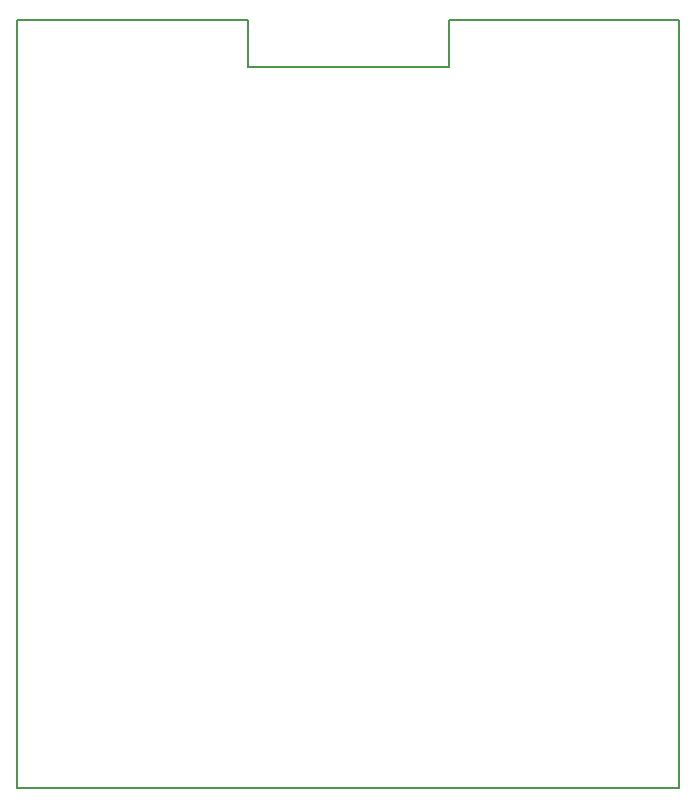
<source format=gm1>
%TF.GenerationSoftware,KiCad,Pcbnew,5.0.2-bee76a0~70~ubuntu18.10.1*%
%TF.CreationDate,2019-11-15T11:24:18+01:00*%
%TF.ProjectId,Busmaster_001,4275736d-6173-4746-9572-5f3030312e6b,rev?*%
%TF.SameCoordinates,Original*%
%TF.FileFunction,Profile,NP*%
%FSLAX46Y46*%
G04 Gerber Fmt 4.6, Leading zero omitted, Abs format (unit mm)*
G04 Created by KiCad (PCBNEW 5.0.2-bee76a0~70~ubuntu18.10.1) date Fr 15 Nov 2019 11:24:18 CET*
%MOMM*%
%LPD*%
G01*
G04 APERTURE LIST*
%ADD10C,0.150000*%
G04 APERTURE END LIST*
D10*
X81900000Y-146500000D02*
X25900000Y-146500000D01*
X81900000Y-81500000D02*
X81900000Y-146500000D01*
X62400000Y-81500000D02*
X81900000Y-81500000D01*
X62400000Y-85500000D02*
X62400000Y-81500000D01*
X45400000Y-85500000D02*
X62400000Y-85500000D01*
X45400000Y-81500000D02*
X45400000Y-85500000D01*
X25900000Y-81500000D02*
X45400000Y-81500000D01*
X25900000Y-146500000D02*
X25900000Y-81500000D01*
M02*

</source>
